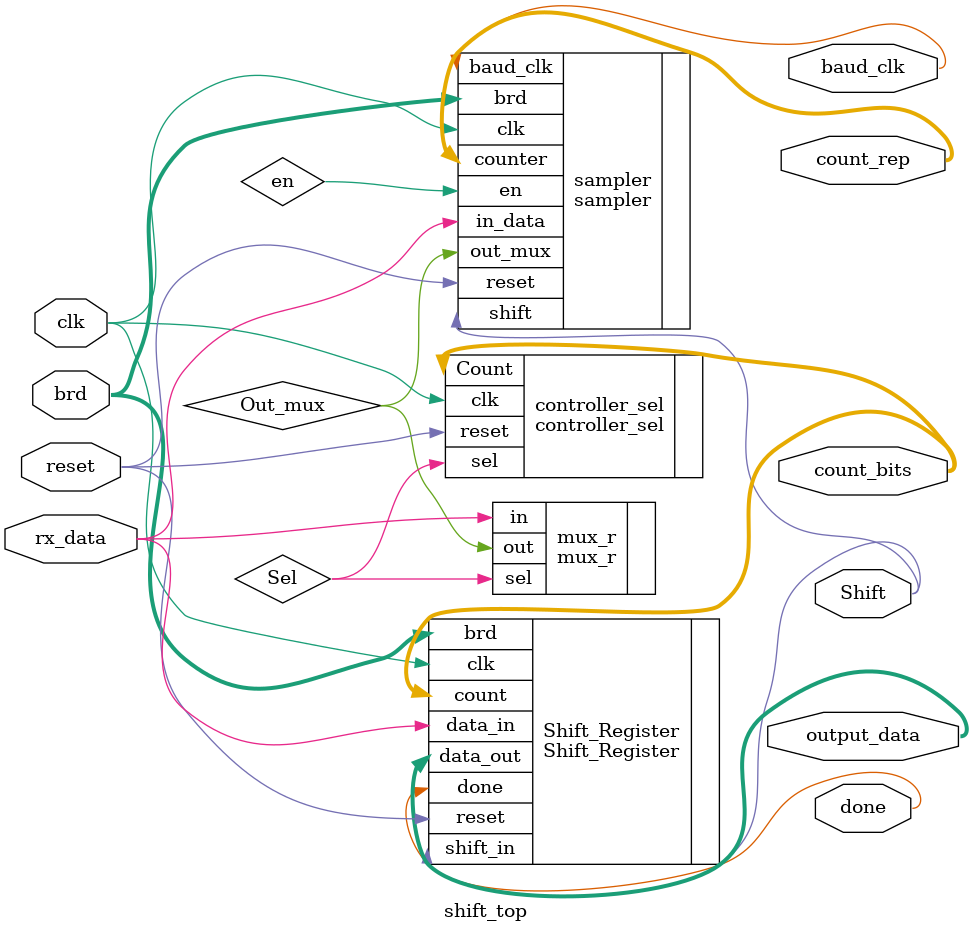
<source format=sv>
module shift_top(
    input  logic       clk,
    input  logic       reset,
    input  logic       rx_data,
    input  logic [15:0]brd,   
    output logic       Shift,
    output logic       done,
    output logic [7:0] output_data,
    output logic       baud_clk,      //for simulation
    output logic [3:0] count_rep,     //  # of repeated bits 
    output logic [3:0] count_bits     // # no bits in shift reg
);


wire Out_mux;
wire Sel;

controller_sel   controller_sel (.clk     (clk),
                                 .reset   (reset),
                                 .Count   (count_bits),
                                 .sel     (Sel)
                                );

mux_r              mux_r        (.in      (rx_data),
                                 .sel     (Sel),
                                 .out     (Out_mux)
                                );

sampler         sampler        (.clk      (clk),
                               .reset     (reset),
                               .in_data   (rx_data),
                               .en        (en),
                               .out_mux   (Out_mux),
                               .shift     (Shift),
                               .baud_clk  (baud_clk),
                               .counter   (count_rep),
                               .brd       (brd)
                               );

Shift_Register  Shift_Register(.reset     (reset),
                               .clk       (clk),
                               .data_in   (rx_data),
                               .shift_in  (Shift),
                               .done      (done),
                               .data_out  (output_data),
                               .count     (count_bits),
                               .brd       (brd)
                               );


endmodule
</source>
